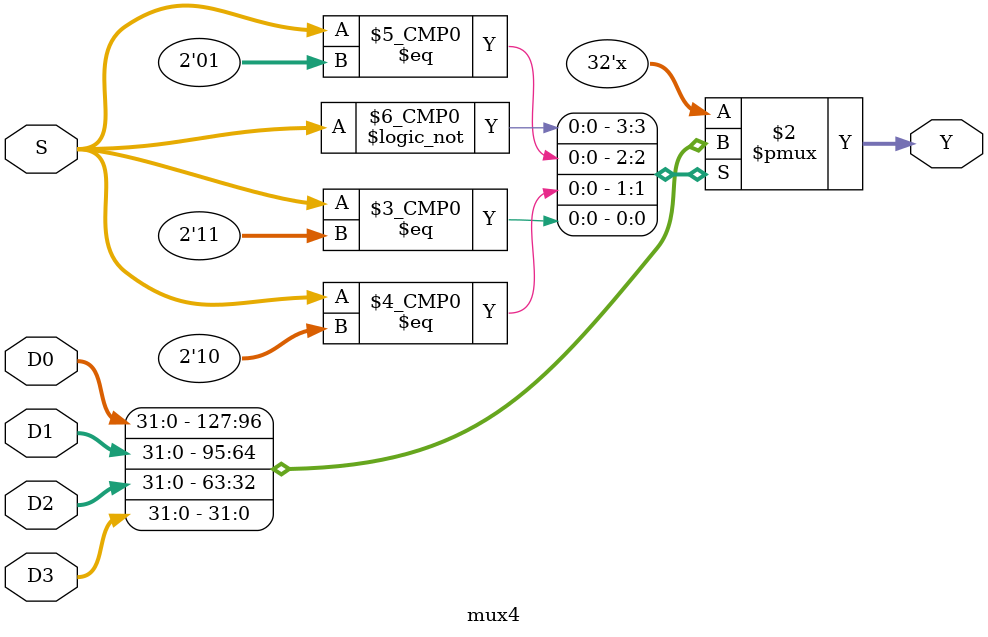
<source format=sv>
`ifndef MUX2
`define MUX2

`timescale 1ns/100ps

module mux2
    #(parameter n = 32)(
    //
    // ---------------- PORT DEFINITIONS ----------------
    //
    input  logic [(n-1):0] D0, D1,
    input  logic S,
    output logic [(n-1):0] Y
);
    //
    // ---------------- MODULE DESIGN IMPLEMENTATION ----------------
    //
    assign Y = S ? D1 : D0;
endmodule

module mux4 
    #(parameter n = 32)(
    //
    // ---------------- PORT DEFINITIONS ----------------
    //
    input  logic [(n-1):0] D0, D1, D2, D3,
    input  logic [1:0] S,
    output logic [(n-1):0] Y
);
    //
    // ---------------- MODULE DESIGN IMPLEMENTATION ----------------
    //
    always @*
        case(S)
            2'b00: Y = D0;
            2'b01: Y = D1;
            2'b10: Y = D2;
            2'b11: Y = D3;
        endcase
        
endmodule

`endif // MUX2

</source>
